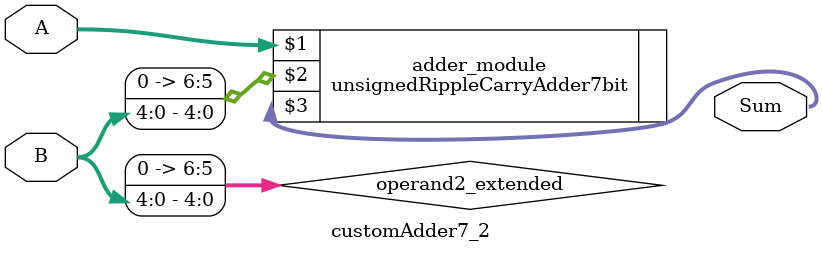
<source format=v>

module customAdder7_2(
                    input [6 : 0] A,
                    input [4 : 0] B,
                    
                    output [7 : 0] Sum
            );

    wire [6 : 0] operand2_extended;
    
    assign operand2_extended =  {2'b0, B};
    
    unsignedRippleCarryAdder7bit adder_module(
        A,
        operand2_extended,
        Sum
    );
    
endmodule
        
</source>
